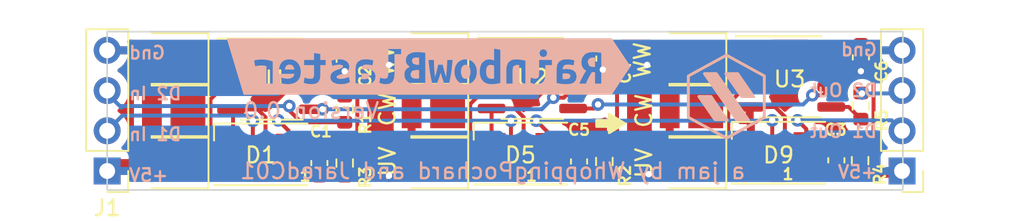
<source format=kicad_pcb>
(kicad_pcb (version 20211014) (generator pcbnew)
  (layers (0 "F.Cu" signal) (31 "B.Cu" signal) (34 "B.Paste" user) (35 "F.Paste" user) (36 "B.SilkS" user "B.Silkscreen") (37 "F.SilkS" user "F.Silkscreen") (38 "B.Mask" user) (39 "F.Mask" user) (44 "Edge.Cuts" user))
  (net 0 "")
  (net 1 "GND")
  (net 2 "+5V")
  (net 3 "Net-(C2-Pad2)")
  (net 4 "D1_IN")
  (net 5 "D1_OUT")
  (net 6 "Net-(D2-Pad1)")
  (net 7 "Net-(D3-Pad1)")
  (net 8 "Net-(D4-Pad1)")
  (net 9 "D2_IN")
  (net 10 "D2_OUT")
  (net 11 "Net-(R1-Pad1)")
  (net 13 "Net-(C4-Pad2)")
  (net 14 "Net-(C6-Pad2)")
  (net 15 "Net-(D1-Pad2)")
  (net 16 "Net-(D5-Pad2)")
  (net 17 "Net-(D6-Pad1)")
  (net 18 "Net-(D7-Pad1)")
  (net 19 "Net-(D8-Pad1)")
  (net 20 "Net-(D10-Pad1)")
  (net 21 "Net-(D11-Pad1)")
  (net 22 "Net-(D12-Pad1)")
  (net 23 "Net-(R5-Pad1)")
  (net 24 "Net-(U1-Pad5)")
  (net 25 "Net-(U2-Pad5)")
  (footprint "Package_SO:SO-8_3.9x4.9mm_P1.27mm" (layer "F.Cu") (at 147.95 82.95)
    (fp_text reference "U2" (at 0 -0.05) (layer "F.SilkS"))
    (fp_text value "WS2811")
    (pad "1" smd roundrect locked (at -2.575 -1.905) (size 1.75 0.6) (layers "F.Cu" "F.Paste" "F.Mask") (net 17 "Net-(D6-Pad1)"))
    (pad "2" smd roundrect locked (at -2.575 -0.635) (size 1.75 0.6) (layers "F.Cu" "F.Paste" "F.Mask") (net 18 "Net-(D7-Pad1)"))
    (pad "3" smd roundrect locked (at -2.575 0.635) (size 1.75 0.6) (layers "F.Cu" "F.Paste" "F.Mask") (net 19 "Net-(D8-Pad1)"))
    (pad "4" smd roundrect locked (at -2.575 1.905) (size 1.75 0.6) (layers "F.Cu" "F.Paste" "F.Mask") (net 1 "GND"))
    (pad "5" smd roundrect locked (at 2.575 1.905) (size 1.75 0.6) (layers "F.Cu" "F.Paste" "F.Mask") (net 25 "Net-(U2-Pad5)"))
    (pad "6" smd roundrect locked (at 2.575 0.635) (size 1.75 0.6) (layers "F.Cu" "F.Paste" "F.Mask") (net 24 "Net-(U1-Pad5)"))
    (pad "7" smd roundrect locked (at 2.575 -0.635) (size 1.75 0.6) (layers "F.Cu" "F.Paste" "F.Mask"))
    (pad "8" smd roundrect locked (at 2.575 -1.905) (size 1.75 0.6) (layers "F.Cu" "F.Paste" "F.Mask") (net 13 "Net-(C4-Pad2)"))
  )
  (footprint "Resistor_SMD:R_0603_1608Metric" (layer "F.Cu") (at 136.1 84.9 -90)
    (fp_text reference "R1" (at 0.9 -1.3 90) (layer "F.SilkS") (effects (font (size 0.7 0.7))))
    (fp_text value "33R")
    (pad "1" smd roundrect locked (at -0.825 0 270) (size 0.8 0.95) (layers "F.Cu" "F.Paste" "F.Mask") (net 11 "Net-(R1-Pad1)"))
    (pad "2" smd roundrect locked (at 0.825 0 270) (size 0.8 0.95) (layers "F.Cu" "F.Paste" "F.Mask") (net 9 "D2_IN"))
  )
  (footprint "LED_SMD:LED_PLCC_2835" (layer "F.Cu") (at 158 81.7 180)
    (fp_text reference "D10" hide)
    (fp_text value "LED_WW")
    (pad "1" smd rect locked (at -0.9 0 180) (size 2.2 2.2) (layers "F.Cu" "F.Paste" "F.Mask") (net 20 "Net-(D10-Pad1)"))
    (pad "2" smd rect locked (at 1.375 0 180) (size 1.25 2.2) (layers "F.Cu" "F.Paste" "F.Mask") (net 2 "+5V"))
  )
  (footprint "Capacitor_SMD:C_0603_1608Metric" (layer "F.Cu") (at 134.5 88.3 -90)
    (fp_text reference "C1" (at -2 -0.1) (layer "F.SilkS") (effects (font (size 0.7 0.7))))
    (fp_text value "100 nF")
    (pad "1" smd roundrect locked (at -0.775 0 270) (size 0.9 0.95) (layers "F.Cu" "F.Paste" "F.Mask") (net 1 "GND"))
    (pad "2" smd roundrect locked (at 0.775 0 270) (size 0.9 0.95) (layers "F.Cu" "F.Paste" "F.Mask") (net 2 "+5V"))
  )
  (footprint "LED_SMD:LED_PLCC_2835" (layer "F.Cu") (at 125.3 81.7 180)
    (fp_text reference "D2" hide)
    (fp_text value "LED_WW")
    (pad "1" smd rect locked (at -0.9 0 180) (size 2.2 2.2) (layers "F.Cu" "F.Paste" "F.Mask") (net 6 "Net-(D2-Pad1)"))
    (pad "2" smd rect locked (at 1.375 0 180) (size 1.25 2.2) (layers "F.Cu" "F.Paste" "F.Mask") (net 2 "+5V"))
  )
  (footprint "Resistor_SMD:R_0603_1608Metric" (layer "F.Cu") (at 136.1 88.3 90)
    (fp_text reference "R3" (at -0.9 1.3 90) (layer "F.SilkS") (effects (font (size 0.7 0.7))))
    (fp_text value "100R")
    (pad "1" smd roundrect locked (at -0.825 0 90) (size 0.8 0.95) (layers "F.Cu" "F.Paste" "F.Mask") (net 2 "+5V"))
    (pad "2" smd roundrect locked (at 0.825 0 90) (size 0.8 0.95) (layers "F.Cu" "F.Paste" "F.Mask") (net 3 "Net-(C2-Pad2)"))
  )
  (footprint "Capacitor_SMD:C_0603_1608Metric" (layer "F.Cu") (at 150.9 88.2 -90)
    (fp_text reference "C5" (at -2 0) (layer "F.SilkS") (effects (font (size 0.7 0.7))))
    (fp_text value "100 nF")
    (pad "1" smd roundrect locked (at -0.775 0 270) (size 0.9 0.95) (layers "F.Cu" "F.Paste" "F.Mask") (net 1 "GND"))
    (pad "2" smd roundrect locked (at 0.775 0 270) (size 0.9 0.95) (layers "F.Cu" "F.Paste" "F.Mask") (net 2 "+5V"))
  )
  (footprint "Package_SO:SO-8_3.9x4.9mm_P1.27mm" (layer "F.Cu") (at 164.25 82.85)
    (fp_text reference "U3" (at -0.05 0.15) (layer "F.SilkS"))
    (fp_text value "WS2811")
    (pad "1" smd roundrect locked (at -2.575 -1.905) (size 1.75 0.6) (layers "F.Cu" "F.Paste" "F.Mask") (net 20 "Net-(D10-Pad1)"))
    (pad "2" smd roundrect locked (at -2.575 -0.635) (size 1.75 0.6) (layers "F.Cu" "F.Paste" "F.Mask") (net 21 "Net-(D11-Pad1)"))
    (pad "3" smd roundrect locked (at -2.575 0.635) (size 1.75 0.6) (layers "F.Cu" "F.Paste" "F.Mask") (net 22 "Net-(D12-Pad1)"))
    (pad "4" smd roundrect locked (at -2.575 1.905) (size 1.75 0.6) (layers "F.Cu" "F.Paste" "F.Mask") (net 1 "GND"))
    (pad "5" smd roundrect locked (at 2.575 1.905) (size 1.75 0.6) (layers "F.Cu" "F.Paste" "F.Mask") (net 23 "Net-(R5-Pad1)"))
    (pad "6" smd roundrect locked (at 2.575 0.635) (size 1.75 0.6) (layers "F.Cu" "F.Paste" "F.Mask") (net 25 "Net-(U2-Pad5)"))
    (pad "7" smd roundrect locked (at 2.575 -0.635) (size 1.75 0.6) (layers "F.Cu" "F.Paste" "F.Mask"))
    (pad "8" smd roundrect locked (at 2.575 -1.905) (size 1.75 0.6) (layers "F.Cu" "F.Paste" "F.Mask") (net 14 "Net-(C6-Pad2)"))
  )
  (footprint "Package_SO:SO-8_3.9x4.9mm_P1.27mm" (layer "F.Cu") (at 131.5 83)
    (fp_text reference "U1" (at 0 0) (layer "F.SilkS"))
    (fp_text value "WS2811")
    (pad "1" smd roundrect locked (at -2.575 -1.905) (size 1.75 0.6) (layers "F.Cu" "F.Paste" "F.Mask") (net 6 "Net-(D2-Pad1)"))
    (pad "2" smd roundrect locked (at -2.575 -0.635) (size 1.75 0.6) (layers "F.Cu" "F.Paste" "F.Mask") (net 7 "Net-(D3-Pad1)"))
    (pad "3" smd roundrect locked (at -2.575 0.635) (size 1.75 0.6) (layers "F.Cu" "F.Paste" "F.Mask") (net 8 "Net-(D4-Pad1)"))
    (pad "4" smd roundrect locked (at -2.575 1.905) (size 1.75 0.6) (layers "F.Cu" "F.Paste" "F.Mask") (net 1 "GND"))
    (pad "5" smd roundrect locked (at 2.575 1.905) (size 1.75 0.6) (layers "F.Cu" "F.Paste" "F.Mask") (net 24 "Net-(U1-Pad5)"))
    (pad "6" smd roundrect locked (at 2.575 0.635) (size 1.75 0.6) (layers "F.Cu" "F.Paste" "F.Mask") (net 11 "Net-(R1-Pad1)"))
    (pad "7" smd roundrect locked (at 2.575 -0.635) (size 1.75 0.6) (layers "F.Cu" "F.Paste" "F.Mask"))
    (pad "8" smd roundrect locked (at 2.575 -1.905) (size 1.75 0.6) (layers "F.Cu" "F.Paste" "F.Mask") (net 3 "Net-(C2-Pad2)"))
  )
  (footprint "LED_SMD:LED_SK6812MINI_PLCC4_3.5x3.5mm_P1.75mm" (layer "F.Cu") (at 147.2 87.7 180)
    (fp_text reference "D5" (at 0 -0.1) (layer "F.SilkS"))
    (fp_text value "WS2812B")
    (fp_text user "1" (at -0.7 -1.4) (layer "F.SilkS") (effects (font (size 0.7 0.7))))
    (pad "1" smd rect locked (at -1.75 -0.875 180) (size 1.6 0.85) (layers "F.Cu" "F.Paste" "F.Mask") (net 2 "+5V"))
    (pad "2" smd rect locked (at -1.75 0.875 180) (size 1.6 0.85) (layers "F.Cu" "F.Paste" "F.Mask") (net 16 "Net-(D5-Pad2)"))
    (pad "3" smd rect locked (at 1.75 0.875 180) (size 1.6 0.85) (layers "F.Cu" "F.Paste" "F.Mask") (net 1 "GND"))
    (pad "4" smd rect locked (at 1.75 -0.875 180) (size 1.6 0.85) (layers "F.Cu" "F.Paste" "F.Mask") (net 15 "Net-(D1-Pad2)"))
  )
  (footprint "Capacitor_SMD:C_0603_1608Metric" (layer "F.Cu") (at 136.1 81.775 90)
    (fp_text reference "C2" (at -1.04058 1.3 90) (layer "F.SilkS") (effects (font (size 0.7 0.7))))
    (fp_text value "100 nF")
    (pad "1" smd roundrect locked (at -0.775 0 90) (size 0.9 0.95) (layers "F.Cu" "F.Paste" "F.Mask") (net 1 "GND"))
    (pad "2" smd roundrect locked (at 0.775 0 90) (size 0.9 0.95) (layers "F.Cu" "F.Paste" "F.Mask") (net 3 "Net-(C2-Pad2)"))
  )
  (footprint "Connector_PinHeader_2.54mm:PinHeader_1x04_P2.54mm_Vertical" (layer "F.Cu") (at 171.3 88.8 180)
    (fp_text reference "J2" hide)
    (fp_text value "Conn_01x04_Female")
    (pad "1" thru_hole rect locked (at 0 0 180) (size 1.7 1.7) (drill 1) (layers *.Cu *.Mask) (net 2 "+5V"))
    (pad "2" thru_hole oval locked (at 0 2.54 180) (size 1.7 1.7) (drill 1) (layers *.Cu *.Mask) (net 5 "D1_OUT"))
    (pad "3" thru_hole oval locked (at 0 5.08 180) (size 1.7 1.7) (drill 1) (layers *.Cu *.Mask) (net 10 "D2_OUT"))
    (pad "4" thru_hole oval locked (at 0 7.62 180) (size 1.7 1.7) (drill 1) (layers *.Cu *.Mask) (net 1 "GND"))
  )
  (footprint "Capacitor_SMD:C_0603_1608Metric" (layer "F.Cu") (at 152.5 81.7 90)
    (fp_text reference "C4" (at -0.9 1.3 90) (layer "F.SilkS") (effects (font (size 0.7 0.7))))
    (fp_text value "100 nF")
    (pad "1" smd roundrect locked (at -0.775 0 90) (size 0.9 0.95) (layers "F.Cu" "F.Paste" "F.Mask") (net 1 "GND"))
    (pad "2" smd roundrect locked (at 0.775 0 90) (size 0.9 0.95) (layers "F.Cu" "F.Paste" "F.Mask") (net 13 "Net-(C4-Pad2)"))
  )
  (footprint "Capacitor_SMD:C_0603_1608Metric" (layer "F.Cu") (at 167.15 88.125 -90)
    (fp_text reference "C3" (at -1.925 0.05) (layer "F.SilkS") (effects (font (size 0.7 0.7))))
    (fp_text value "100 nF")
    (pad "1" smd roundrect locked (at -0.775 0 270) (size 0.9 0.95) (layers "F.Cu" "F.Paste" "F.Mask") (net 1 "GND"))
    (pad "2" smd roundrect locked (at 0.775 0 270) (size 0.9 0.95) (layers "F.Cu" "F.Paste" "F.Mask") (net 2 "+5V"))
  )
  (footprint "LED_SMD:LED_PLCC_2835" (layer "F.Cu") (at 141.7 85 180)
    (fp_text reference "D7" hide)
    (fp_text value "LED_CW")
    (pad "1" smd rect locked (at -0.9 0 180) (size 2.2 2.2) (layers "F.Cu" "F.Paste" "F.Mask") (net 18 "Net-(D7-Pad1)"))
    (pad "2" smd rect locked (at 1.375 0 180) (size 1.25 2.2) (layers "F.Cu" "F.Paste" "F.Mask") (net 2 "+5V"))
  )
  (footprint "Resistor_SMD:R_0603_1608Metric" (layer "F.Cu") (at 168.7 84.7 90)
    (fp_text reference "R5" (at -0.9 1.3 90) (layer "F.SilkS") (effects (font (size 0.7 0.7))))
    (fp_text value "33R")
    (pad "1" smd roundrect locked (at -0.825 0 90) (size 0.8 0.95) (layers "F.Cu" "F.Paste" "F.Mask") (net 23 "Net-(R5-Pad1)"))
    (pad "2" smd roundrect locked (at 0.825 0 90) (size 0.8 0.95) (layers "F.Cu" "F.Paste" "F.Mask") (net 10 "D2_OUT"))
  )
  (footprint "LED_SMD:LED_SK6812MINI_PLCC4_3.5x3.5mm_P1.75mm" (layer "F.Cu") (at 163.5 87.65 180)
    (fp_text reference "D9" (at 0 -0.15) (layer "F.SilkS"))
    (fp_text value "WS2812B")
    (fp_text user "1" (at -0.6 -1.35) (layer "F.SilkS") (effects (font (size 0.7 0.7))))
    (pad "1" smd rect locked (at -1.75 -0.875 180) (size 1.6 0.85) (layers "F.Cu" "F.Paste" "F.Mask") (net 2 "+5V"))
    (pad "2" smd rect locked (at -1.75 0.875 180) (size 1.6 0.85) (layers "F.Cu" "F.Paste" "F.Mask") (net 5 "D1_OUT"))
    (pad "3" smd rect locked (at 1.75 0.875 180) (size 1.6 0.85) (layers "F.Cu" "F.Paste" "F.Mask") (net 1 "GND"))
    (pad "4" smd rect locked (at 1.75 -0.875 180) (size 1.6 0.85) (layers "F.Cu" "F.Paste" "F.Mask") (net 16 "Net-(D5-Pad2)"))
  )
  (footprint "Resistor_SMD:R_0603_1608Metric" (layer "F.Cu") (at 152.5 88.2 90)
    (fp_text reference "R2" (at -0.9 1.3 90) (layer "F.SilkS") (effects (font (size 0.7 0.7))))
    (fp_text value "100R")
    (pad "1" smd roundrect locked (at -0.825 0 90) (size 0.8 0.95) (layers "F.Cu" "F.Paste" "F.Mask") (net 2 "+5V"))
    (pad "2" smd roundrect locked (at 0.825 0 90) (size 0.8 0.95) (layers "F.Cu" "F.Paste" "F.Mask") (net 13 "Net-(C4-Pad2)"))
  )
  (footprint "LED_SMD:LED_PLCC_2835" (layer "F.Cu") (at 158 85 180)
    (fp_text reference "D11" hide)
    (fp_text value "LED_CW")
    (pad "1" smd rect locked (at -0.9 0 180) (size 2.2 2.2) (layers "F.Cu" "F.Paste" "F.Mask") (net 21 "Net-(D11-Pad1)"))
    (pad "2" smd rect locked (at 1.375 0 180) (size 1.25 2.2) (layers "F.Cu" "F.Paste" "F.Mask") (net 2 "+5V"))
  )
  (footprint "Capacitor_SMD:C_0603_1608Metric" (layer "F.Cu") (at 168.7 81.625 90)
    (fp_text reference "C6" (at -0.875 1.3 90) (layer "F.SilkS") (effects (font (size 0.7 0.7))))
    (fp_text value "100 nF")
    (pad "1" smd roundrect locked (at -0.775 0 90) (size 0.9 0.95) (layers "F.Cu" "F.Paste" "F.Mask") (net 1 "GND"))
    (pad "2" smd roundrect locked (at 0.775 0 90) (size 0.9 0.95) (layers "F.Cu" "F.Paste" "F.Mask") (net 14 "Net-(C6-Pad2)"))
  )
  (footprint "LED_SMD:LED_PLCC_2835" (layer "F.Cu") (at 125.3 88.3 180)
    (fp_text reference "D4" hide)
    (fp_text value "LED_UV")
    (pad "1" smd rect locked (at -0.9 0 180) (size 2.2 2.2) (layers "F.Cu" "F.Paste" "F.Mask") (net 8 "Net-(D4-Pad1)"))
    (pad "2" smd rect locked (at 1.375 0 180) (size 1.25 2.2) (layers "F.Cu" "F.Paste" "F.Mask") (net 2 "+5V"))
  )
  (footprint "LED_SMD:LED_PLCC_2835" (layer "F.Cu") (at 141.7 88.3 180)
    (fp_text reference "D8" hide)
    (fp_text value "LED_UV")
    (pad "1" smd rect locked (at -0.9 0 180) (size 2.2 2.2) (layers "F.Cu" "F.Paste" "F.Mask") (net 19 "Net-(D8-Pad1)"))
    (pad "2" smd rect locked (at 1.375 0 180) (size 1.25 2.2) (layers "F.Cu" "F.Paste" "F.Mask") (net 2 "+5V"))
  )
  (footprint "LED_SMD:LED_PLCC_2835" (layer "F.Cu") (at 125.3 85 180)
    (fp_text reference "D3" hide)
    (fp_text value "LED_CW")
    (pad "1" smd rect locked (at -0.9 0 180) (size 2.2 2.2) (layers "F.Cu" "F.Paste" "F.Mask") (net 7 "Net-(D3-Pad1)"))
    (pad "2" smd rect locked (at 1.375 0 180) (size 1.25 2.2) (layers "F.Cu" "F.Paste" "F.Mask") (net 2 "+5V"))
  )
  (footprint "Connector_PinHeader_2.54mm:PinHeader_1x04_P2.54mm_Vertical" (layer "F.Cu") (at 121.1 88.8 180)
    (fp_text reference "J1" (at 0 -2.33 180) (layer "F.SilkS"))
    (fp_text value "Conn_01x04_Male")
    (pad "1" thru_hole rect locked (at 0 0 180) (size 1.7 1.7) (drill 1) (layers *.Cu *.Mask) (net 2 "+5V"))
    (pad "2" thru_hole oval locked (at 0 2.54 180) (size 1.7 1.7) (drill 1) (layers *.Cu *.Mask) (net 4 "D1_IN"))
    (pad "3" thru_hole oval locked (at 0 5.08 180) (size 1.7 1.7) (drill 1) (layers *.Cu *.Mask) (net 9 "D2_IN"))
    (pad "4" thru_hole oval locked (at 0 7.62 180) (size 1.7 1.7) (drill 1) (layers *.Cu *.Mask) (net 1 "GND"))
  )
  (footprint "Resistor_SMD:R_0603_1608Metric" (layer "F.Cu") (at 168.65 88.15 90)
    (fp_text reference "R4" (at -0.85 1.25 90) (layer "F.SilkS") (effects (font (size 0.7 0.7))))
    (fp_text value "100R")
    (pad "1" smd roundrect locked (at -0.825 0 90) (size 0.8 0.95) (layers "F.Cu" "F.Paste" "F.Mask") (net 2 "+5V"))
    (pad "2" smd roundrect locked (at 0.825 0 90) (size 0.8 0.95) (layers "F.Cu" "F.Paste" "F.Mask") (net 14 "Net-(C6-Pad2)"))
  )
  (footprint "LED_SMD:LED_PLCC_2835" (layer "F.Cu") (at 141.7 81.7 180)
    (fp_text reference "D6" hide)
    (fp_text value "LED_WW")
    (pad "1" smd rect locked (at -0.9 0 180) (size 2.2 2.2) (layers "F.Cu" "F.Paste" "F.Mask") (net 17 "Net-(D6-Pad1)"))
    (pad "2" smd rect locked (at 1.375 0 180) (size 1.25 2.2) (layers "F.Cu" "F.Paste" "F.Mask") (net 2 "+5V"))
  )
  (footprint "LED_SMD:LED_PLCC_2835" (layer "F.Cu") (at 158 88.3 180)
    (fp_text reference "D12" hide)
    (fp_text value "LED_UV")
    (pad "1" smd rect locked (at -0.9 0 180) (size 2.2 2.2) (layers "F.Cu" "F.Paste" "F.Mask") (net 22 "Net-(D12-Pad1)"))
    (pad "2" smd rect locked (at 1.375 0 180) (size 1.25 2.2) (layers "F.Cu" "F.Paste" "F.Mask") (net 2 "+5V"))
  )
  (footprint "LED_SMD:LED_SK6812MINI_PLCC4_3.5x3.5mm_P1.75mm" (layer "F.Cu") (at 130.8 87.75 180)
    (fp_text reference "D1" (at 0 -0.05) (layer "F.SilkS"))
    (fp_text value "WS2812B")
    (fp_text user "1" (at -2.8 -1.35) (layer "F.SilkS") (effects (font (size 0.7 0.7))))
    (pad "1" smd rect locked (at -1.75 -0.875 180) (size 1.6 0.85) (layers "F.Cu" "F.Paste" "F.Mask") (net 2 "+5V"))
    (pad "2" smd rect locked (at -1.75 0.875 180) (size 1.6 0.85) (layers "F.Cu" "F.Paste" "F.Mask") (net 15 "Net-(D1-Pad2)"))
    (pad "3" smd rect locked (at 1.75 0.875 180) (size 1.6 0.85) (layers "F.Cu" "F.Paste" "F.Mask") (net 1 "GND"))
    (pad "4" smd rect locked (at 1.75 -0.875 180) (size 1.6 0.85) (layers "F.Cu" "F.Paste" "F.Mask") (net 4 "D1_IN"))
  )
  (footprint "kibuzzard-6318CB10" (layer "B.Cu") (at 141.4 82.2 180)
    (fp_text reference "kibuzzard-6318CB10" hide)
    (fp_text value "G***" hide)
  )
  (gr_poly (pts (xy 160.914604 82.651833) (xy 160.173771 82.651833) (xy 161.173896 84.096458) (xy 161.914729 84.096458) (xy 160.914604 82.651833)) (layer "B.SilkS") (width 0.185208) (fill solid))
  (gr_poly (pts (xy 159.4885 85.559604) (xy 160.229333 85.559604) (xy 159.229208 84.096458) (xy 158.469854 84.096458) (xy 159.4885 85.559604)) (layer "B.SilkS") (width 0.185208) (fill solid))
  (gr_poly (pts (xy 161.581354 85.559604) (xy 159.562583 82.651833) (xy 158.82175 82.651833) (xy 160.840521 85.559604) (xy 161.581354 85.559604)) (layer "B.SilkS") (width 0.185208) (fill solid))
  (gr_poly (pts (xy 157.803104 82.8) (xy 160.210813 81.485021) (xy 162.6 82.8) (xy 162.6 85.411437) (xy 160.210813 86.726416) (xy 157.803104 85.411437) (xy 157.803104 82.8)) (layer "B.SilkS") (width 0.185208) (fill none))
  (gr_poly (pts (xy 153.8 85.8) (xy 152.8 86.4) (xy 152.8 86) (xy 152 86) (xy 152 85.6) (xy 152.8 85.6) (xy 152.8 85.2)) (layer "F.SilkS") (width 0.15) (fill solid))
  (gr_rect (start 121.1 80) (end 171.35 90) (layer "Edge.Cuts") (width 0.1) (fill none))
  (gr_text "Gnd\n\nD2 In\n\nD1 In\n\n+5V" (at 122.4 85.2) (layer "B.SilkS") (effects (font (size 0.8 0.8)) (justify right mirror)))
  (gr_text "Version 0.0" (at 129.6 85) (layer "B.SilkS") (effects (font (size 1 1)) (justify right mirror)))
  (gr_text "Gnd\n\nD2 Out\n\nD1 Out\n\n+5V" (at 169.8 85) (layer "B.SilkS") (effects (font (size 0.8 0.8)) (justify left mirror)))
  (gr_text "a jam by WhoppingPochard and JaredC01" (at 129.4 88.8) (layer "B.SilkS") (effects (font (size 1 1)) (justify right mirror)))
  (gr_text "WW" (at 154.9 81.8 90) (layer "F.SilkS") (effects (font (size 1 1))))
  (gr_text "CW" (at 138.8 84.9 90) (layer "F.SilkS") (effects (font (size 1 1))))
  (gr_text "UV" (at 138.8 88.2 90) (layer "F.SilkS") (effects (font (size 1 1))))
  (gr_text "UV" (at 155 88.3 90) (layer "F.SilkS") (effects (font (size 1 1))))
  (gr_text "WW" (at 138.7 81.7 90) (layer "F.SilkS") (effects (font (size 1 1))))
  (gr_text "CW" (at 155 85 90) (layer "F.SilkS") (effects (font (size 1 1))))
  (segment (start 131.524511 87.624511) (end 131.1 87.2) (width 0.25) (layer "F.Cu") (net 1))
  (segment (start 152.03548 82.93952) (end 152.5 82.475) (width 0.25) (layer "F.Cu") (net 1))
  (segment (start 150.9 87.425) (end 150.750489 87.574511) (width 0.25) (layer "F.Cu") (net 1))
  (segment (start 166.975489 87.524511) (end 164.125489 87.524511) (width 0.25) (layer "F.Cu") (net 1))
  (segment (start 165.16048 82.83952) (end 168.36048 82.83952) (width 0.25) (layer "F.Cu") (net 1))
  (segment (start 130.600114 84.905) (end 128.925 84.905) (width 0.25) (layer "F.Cu") (net 1))
  (segment (start 147.4 85.399886) (end 146.855114 84.855) (width 0.25) (layer "F.Cu") (net 1))
  (segment (start 145.375 84.855) (end 147.565469 84.855) (width 0.25) (layer "F.Cu") (net 1))
  (segment (start 164.125489 87.524511) (end 163.9 87.299022) (width 0.25) (layer "F.Cu") (net 1))
  (segment (start 163.279614 84.755) (end 161.675 84.755) (width 0.25) (layer "F.Cu") (net 1))
  (segment (start 133.174408 82.98952) (end 135.66048 82.98952) (width 0.25) (layer "F.Cu") (net 1))
  (segment (start 161.75 86.775) (end 161.75 84.83) (width 0.25) (layer "F.Cu") (net 1))
  (segment (start 152.5 82.475) (end 152.475 82.475) (width 0.25) (layer "F.Cu") (net 1))
  (segment (start 168.36048 82.83952) (end 168.7 82.5) (width 0.25) (layer "F.Cu") (net 1))
  (segment (start 145.375 84.855) (end 145.375 86.75) (width 0.25) (layer "F.Cu") (net 1))
  (segment (start 131.258928 84.905) (end 133.174408 82.98952) (width 0.25) (layer "F.Cu") (net 1))
  (segment (start 135.66048 82.98952) (end 136.1 82.55) (width 0.25) (layer "F.Cu") (net 1))
  (segment (start 134.5 87.525) (end 134.400489 87.624511) (width 0.25) (layer "F.Cu") (net 1))
  (segment (start 131.1 87.2) (end 131.1 85.404886) (width 0.25) (layer "F.Cu") (net 1))
  (segment (start 134.400489 87.624511) (end 131.524511 87.624511) (width 0.25) (layer "F.Cu") (net 1))
  (segment (start 136.1 82.55) (end 136.1 82.5) (width 0.25) (layer "F.Cu") (net 1))
  (segment (start 163.9 85.375386) (end 163.279614 84.755) (width 0.25) (layer "F.Cu") (net 1))
  (segment (start 131.1 85.404886) (end 130.600114 84.905) (width 0.25) (layer "F.Cu") (net 1))
  (segment (start 147.565469 84.855) (end 149.480949 82.93952) (width 0.25) (layer "F.Cu") (net 1))
  (segment (start 149.480949 82.93952) (end 152.03548 82.93952) (width 0.25) (layer "F.Cu") (net 1))
  (segment (start 129.05 86.875) (end 129.05 85.03) (width 0.25) (layer "F.Cu") (net 1))
  (segment (start 128.925 84.905) (end 131.258928 84.905) (width 0.25) (layer "F.Cu") (net 1))
  (segment (start 129.05 85.03) (end 128.925 84.905) (width 0.25) (layer "F.Cu") (net 1))
  (segment (start 161.675 84.755) (end 163.245 84.755) (width 0.25) (layer "F.Cu") (net 1))
  (segment (start 147.4 87.149022) (end 147.4 85.399886) (width 0.25) (layer "F.Cu") (net 1))
  (segment (start 146.855114 84.855) (end 145.375 84.855) (width 0.25) (layer "F.Cu") (net 1))
  (segment (start 163.245 84.755) (end 165.16048 82.83952) (width 0.25) (layer "F.Cu") (net 1))
  (segment (start 161.75 84.83) (end 161.675 84.755) (width 0.25) (layer "F.Cu") (net 1))
  (segment (start 163.9 87.299022) (end 163.9 85.375386) (width 0.25) (layer "F.Cu") (net 1))
  (segment (start 147.825489 87.574511) (end 147.4 87.149022) (width 0.25) (layer "F.Cu") (net 1))
  (segment (start 145.375 86.75) (end 145.45 86.825) (width 0.25) (layer "F.Cu") (net 1))
  (segment (start 150.750489 87.574511) (end 147.825489 87.574511) (width 0.25) (layer "F.Cu") (net 1))
  (segment (start 152.475 82.475) (end 152.4 82.4) (width 0.25) (layer "F.Cu") (net 1))
  (segment (start 167.15 87.35) (end 166.975489 87.524511) (width 0.25) (layer "F.Cu") (net 1))
  (via (at 168.7 82.5) (size 0.8) (drill 0.4) (layers "F.Cu" "B.Cu") (net 1))
  (via (at 136.1 82.5) (size 0.8) (drill 0.4) (layers "F.Cu" "B.Cu") (net 1))
  (via (at 138.9 82.1) (size 0.8) (drill 0.4) (layers "F.Cu" "B.Cu") (net 1))
  (via (at 152.4 82.4) (size 0.8) (drill 0.4) (layers "F.Cu" "B.Cu") (net 1))
  (via (at 155.2 82.1) (size 0.8) (drill 0.4) (layers "F.Cu" "B.Cu") (net 1))
  (segment (start 155.275 89.025) (end 155.3 89) (width 0.5) (layer "F.Cu") (net 2))
  (segment (start 148.95 88.575) (end 150.5 88.575) (width 0.5) (layer "F.Cu") (net 2))
  (segment (start 123.925 81.7) (end 123.925 85) (width 0.5) (layer "F.Cu") (net 2))
  (segment (start 152.5 89.025) (end 150.95 89.025) (width 0.5) (layer "F.Cu") (net 2))
  (segment (start 134.05 88.625) (end 134.5 89.075) (width 0.5) (layer "F.Cu") (net 2))
  (segment (start 156.625 85) (end 156.625 88.3) (width 0.5) (layer "F.Cu") (net 2))
  (segment (start 136.1 89.125) (end 138.875 89.125) (width 0.5) (layer "F.Cu") (net 2))
  (segment (start 171.09998 88.975) (end 171.09998 88.8) (width 0.5) (layer "F.Cu") (net 2))
  (segment (start 150.5 88.575) (end 150.9 88.975) (width 0.5) (layer "F.Cu") (net 2))
  (segment (start 123.925 85) (end 123.925 88.3) (width 0.5) (layer "F.Cu") (net 2))
  (segment (start 136.05 89.075) (end 136.1 89.125) (width 0.5) (layer "F.Cu") (net 2))
  (segment (start 150.95 89.025) (end 150.9 88.975) (width 0.5) (layer "F.Cu") (net 2))
  (segment (start 140.325 85) (end 140.325 88.3) (width 0.5) (layer "F.Cu") (net 2))
  (segment (start 152.5 89.025) (end 155.275 89.025) (width 0.5) (layer "F.Cu") (net 2))
  (segment (start 121.85002 88.3) (end 121.35002 88.8) (width 0.5) (layer "F.Cu") (net 2))
  (segment (start 134.5 89.075) (end 136.05 89.075) (width 0.5) (layer "F.Cu") (net 2))
  (segment (start 156.625 81.7) (end 156.625 85) (width 0.5) (layer "F.Cu") (net 2))
  (segment (start 140.325 88.3) (end 139.7 88.3) (width 0.5) (layer "F.Cu") (net 2))
  (segment (start 140.325 81.7) (end 140.325 85) (width 0.5) (layer "F.Cu") (net 2))
  (segment (start 138.875 89.125) (end 138.9 89.1) (width 0.5) (layer "F.Cu") (net 2))
  (segment (start 168.65 88.975) (end 171.09998 88.975) (width 0.5) (layer "F.Cu") (net 2))
  (segment (start 156 88.3) (end 155.3 89) (width 0.5) (layer "F.Cu") (net 2))
  (segment (start 156.625 88.3) (end 156 88.3) (width 0.5) (layer "F.Cu") (net 2))
  (segment (start 123.925 88.3) (end 121.85002 88.3) (width 0.5) (layer "F.Cu") (net 2))
  (segment (start 167.15 88.9) (end 168.575 88.9) (width 0.5) (layer "F.Cu") (net 2))
  (segment (start 139.7 88.3) (end 138.9 89.1) (width 0.5) (layer "F.Cu") (net 2))
  (segment (start 132.55 88.625) (end 134.05 88.625) (width 0.5) (layer "F.Cu") (net 2))
  (segment (start 166.775 88.525) (end 167.15 88.9) (width 0.5) (layer "F.Cu") (net 2))
  (segment (start 168.575 88.9) (end 168.65 88.975) (width 0.5) (layer "F.Cu") (net 2))
  (segment (start 165.25 88.525) (end 166.775 88.525) (width 0.5) (layer "F.Cu") (net 2))
  (via (at 155.3 89) (size 0.8) (drill 0.4) (layers "F.Cu" "B.Cu") (net 2))
  (via (at 138.9 89.1) (size 0.8) (drill 0.4) (layers "F.Cu" "B.Cu") (net 2))
  (segment (start 136.89952 81.79952) (end 136.89952 86.67548) (width 0.25) (layer "F.Cu") (net 3))
  (segment (start 136.1 81) (end 134.17 81) (width 0.25) (layer "F.Cu") (net 3))
  (segment (start 136.1 81) (end 136.89952 81.79952) (width 0.25) (layer "F.Cu") (net 3))
  (segment (start 136.89952 86.67548) (end 136.1 87.475) (width 0.25) (layer "F.Cu") (net 3))
  (segment (start 134.17 81) (end 134.075 81.095) (width 0.25) (layer "F.Cu") (net 3))
  (segment (start 130.3 87.375) (end 130.3 85.6295) (width 0.25) (layer "F.Cu") (net 4))
  (segment (start 129.05 88.625) (end 130.3 87.375) (width 0.25) (layer "F.Cu") (net 4))
  (via (at 130.3 85.6295) (size 0.8) (drill 0.4) (layers "F.Cu" "B.Cu") (net 4))
  (segment (start 121.22502 86.13498) (end 121.22502 86.26) (width 0.25) (layer "B.Cu") (net 4))
  (segment (start 130.3 85.6295) (end 129.9705 85.3) (width 0.25) (layer "B.Cu") (net 4))
  (segment (start 122.06 85.3) (end 121.22502 86.13498) (width 0.25) (layer "B.Cu") (net 4))
  (segment (start 129.9705 85.3) (end 122.06 85.3) (width 0.25) (layer "B.Cu") (net 4))
  (segment (start 165.25 86.15) (end 164.7 85.6) (width 0.25) (layer "F.Cu") (net 5))
  (segment (start 165.25 86.775) (end 165.25 86.15) (width 0.25) (layer "F.Cu") (net 5))
  (via (at 164.7 85.6) (size 0.8) (drill 0.4) (layers "F.Cu" "B.Cu") (net 5))
  (segment (start 170.64 85.6) (end 171.22498 86.18498) (width 0.25) (layer "B.Cu") (net 5))
  (segment (start 164.7 85.6) (end 170.64 85.6) (width 0.25) (layer "B.Cu") (net 5))
  (segment (start 171.22498 86.18498) (end 171.22498 86.26) (width 0.25) (layer "B.Cu") (net 5))
  (segment (start 128.73 80.9) (end 128.925 81.095) (width 0.25) (layer "F.Cu") (net 6))
  (segment (start 126.2 81.7) (end 127 80.9) (width 0.25) (layer "F.Cu") (net 6))
  (segment (start 127 80.9) (end 128.73 80.9) (width 0.25) (layer "F.Cu") (net 6))
  (segment (start 127.624511 83.575489) (end 127.624511 82.775489) (width 0.25) (layer "F.Cu") (net 7))
  (segment (start 128.035 82.365) (end 128.925 82.365) (width 0.25) (layer "F.Cu") (net 7))
  (segment (start 127.624511 82.775489) (end 128.035 82.365) (width 0.25) (layer "F.Cu") (net 7))
  (segment (start 126.2 85) (end 127.624511 83.575489) (width 0.25) (layer "F.Cu") (net 7))
  (segment (start 127.624511 86.875489) (end 127.624511 84.275489) (width 0.25) (layer "F.Cu") (net 8))
  (segment (start 128.265 83.635) (end 128.925 83.635) (width 0.25) (layer "F.Cu") (net 8))
  (segment (start 126.2 88.3) (end 127.624511 86.875489) (width 0.25) (layer "F.Cu") (net 8))
  (segment (start 127.624511 84.275489) (end 128.265 83.635) (width 0.25) (layer "F.Cu") (net 8))
  (segment (start 136.1 85.725) (end 133.348928 85.725) (width 0.25) (layer "F.Cu") (net 9))
  (segment (start 132.6 84.976072) (end 132.6 84.7) (width 0.25) (layer "F.Cu") (net 9))
  (segment (start 133.348928 85.725) (end 132.6 84.976072) (width 0.25) (layer "F.Cu") (net 9))
  (via (at 132.6 84.7) (size 0.8) (drill 0.4) (layers "F.Cu" "B.Cu") (net 9))
  (segment (start 132.6 84.7) (end 122 84.7) (width 0.25) (layer "B.Cu") (net 9))
  (segment (start 122 84.7) (end 121.95 84.75) (width 0.25) (layer "B.Cu") (net 9))
  (segment (start 121.95 84.75) (end 121.22502 84.02502) (width 0.25) (layer "B.Cu") (net 9))
  (segment (start 122 84.8) (end 121.95 84.75) (width 0.25) (layer "B.Cu") (net 9))
  (segment (start 121.22502 84.02502) (end 121.22502 83.72) (width 0.25) (layer "B.Cu") (net 9))
  (segment (start 168.75002 83.875) (end 168.77502 83.9) (width 0.25) (layer "F.Cu") (net 10))
  (segment (start 168.7 83.875) (end 168.75002 83.875) (width 0.25) (layer "F.Cu") (net 10))
  (via (at 168.77502 83.9) (size 0.8) (drill 0.4) (layers "F.Cu" "B.Cu") (net 10))
  (segment (start 168.77502 83.9) (end 171.12 83.9) (width 0.25) (layer "B.Cu") (net 10))
  (segment (start 171.22498 83.79502) (end 171.22498 83.72) (width 0.25) (layer "B.Cu") (net 10))
  (segment (start 171.12 83.9) (end 171.22498 83.79502) (width 0.25) (layer "B.Cu") (net 10))
  (segment (start 136.1 84.075) (end 135.675 84.075) (width 0.25) (layer "F.Cu") (net 11))
  (segment (start 135.675 84.075) (end 135.235 83.635) (width 0.25) (layer "F.Cu") (net 11))
  (segment (start 135.235 83.635) (end 134.075 83.635) (width 0.25) (layer "F.Cu") (net 11))
  (segment (start 150.525 81.045) (end 152.38 81.045) (width 0.25) (layer "F.Cu") (net 13))
  (segment (start 153.29952 81.72452) (end 152.5 80.925) (width 0.25) (layer "F.Cu") (net 13))
  (segment (start 152.38 81.045) (end 152.5 80.925) (width 0.25) (layer "F.Cu") (net 13))
  (segment (start 152.5 87.375) (end 153.29952 86.57548) (width 0.25) (layer "F.Cu") (net 13))
  (segment (start 153.29952 86.57548) (end 153.29952 81.72452) (width 0.25) (layer "F.Cu") (net 13))
  (segment (start 169.49952 86.47548) (end 169.49952 81.64952) (width 0.25) (layer "F.Cu") (net 14))
  (segment (start 166.825 80.945) (end 168.605 80.945) (width 0.25) (layer "F.Cu") (net 14))
  (segment (start 168.65 87.325) (end 169.49952 86.47548) (width 0.25) (layer "F.Cu") (net 14))
  (segment (start 168.605 80.945) (end 168.7 80.85) (width 0.25) (layer "F.Cu") (net 14))
  (segment (start 169.49952 81.64952) (end 168.7 80.85) (width 0.25) (layer "F.Cu") (net 14))
  (segment (start 132.55 86.25) (end 131.9 85.6) (width 0.25) (layer "F.Cu") (net 15))
  (segment (start 146.6 87.425) (end 145.45 88.575) (width 0.25) (layer "F.Cu") (net 15))
  (segment (start 146.6 85.6245) (end 146.6 87.425) (width 0.25) (layer "F.Cu") (net 15))
  (segment (start 132.55 86.875) (end 132.55 86.25) (width 0.25) (layer "F.Cu") (net 15))
  (via (at 131.9 85.6) (size 0.8) (drill 0.4) (layers "F.Cu" "B.Cu") (net 15))
  (via (at 146.6 85.6245) (size 0.8) (drill 0.4) (layers "F.Cu" "B.Cu") (net 15))
  (segment (start 131.9 85.6) (end 131.924511 85.624511) (width 0.25) (layer "B.Cu") (net 15))
  (segment (start 131.924511 85.624511) (end 146.599989 85.624511) (width 0.25) (layer "B.Cu") (net 15))
  (segment (start 146.599989 85.624511) (end 146.6 85.6245) (width 0.25) (layer "B.Cu") (net 15))
  (segment (start 148.95 86.825) (end 148.95 86.3745) (width 0.25) (layer "F.Cu") (net 16))
  (segment (start 163.1 85.6) (end 163.1 87.175) (width 0.25) (layer "F.Cu") (net 16))
  (segment (start 163.1 87.175) (end 161.75 88.525) (width 0.25) (layer "F.Cu") (net 16))
  (segment (start 148.95 86.3745) (end 148.2 85.6245) (width 0.25) (layer "F.Cu") (net 16))
  (via (at 148.2 85.6245) (size 0.8) (drill 0.4) (layers "F.Cu" "B.Cu") (net 16))
  (via (at 163.1 85.6) (size 0.8) (drill 0.4) (layers "F.Cu" "B.Cu") (net 16))
  (segment (start 148.2 85.6245) (end 163.0755 85.6245) (width 0.25) (layer "B.Cu") (net 16))
  (segment (start 163.0755 85.6245) (end 163.1 85.6) (width 0.25) (layer "B.Cu") (net 16))
  (segment (start 142.6 81.7) (end 143.255 81.045) (width 0.25) (layer "F.Cu") (net 17))
  (segment (start 143.255 81.045) (end 145.375 81.045) (width 0.25) (layer "F.Cu") (net 17))
  (segment (start 142.6 85) (end 144.024511 83.575489) (width 0.25) (layer "F.Cu") (net 18))
  (segment (start 144.024511 83.575489) (end 144.024511 83.389417) (width 0.25) (layer "F.Cu") (net 18))
  (segment (start 145.098928 82.315) (end 145.375 82.315) (width 0.25) (layer "F.Cu") (net 18))
  (segment (start 144.024511 83.389417) (end 145.098928 82.315) (width 0.25) (layer "F.Cu") (net 18))
  (segment (start 144.024511 84.575489) (end 145.015 83.585) (width 0.25) (layer "F.Cu") (net 19))
  (segment (start 145.015 83.585) (end 145.375 83.585) (width 0.25) (layer "F.Cu") (net 19))
  (segment (start 142.6 88.3) (end 144.024511 86.875489) (width 0.25) (layer "F.Cu") (net 19))
  (segment (start 144.024511 86.875489) (end 144.024511 84.575489) (width 0.25) (layer "F.Cu") (net 19))
  (segment (start 159.655 80.945) (end 161.675 80.945) (width 0.25) (layer "F.Cu") (net 20))
  (segment (start 158.9 81.7) (end 159.655 80.945) (width 0.25) (layer "F.Cu") (net 20))
  (segment (start 160.324511 82.675489) (end 160.785 82.215) (width 0.25) (layer "F.Cu") (net 21))
  (segment (start 158.9 85) (end 160.324511 83.575489) (width 0.25) (layer "F.Cu") (net 21))
  (segment (start 160.324511 83.575489) (end 160.324511 82.675489) (width 0.25) (layer "F.Cu") (net 21))
  (segment (start 160.785 82.215) (end 161.675 82.215) (width 0.25) (layer "F.Cu") (net 21))
  (segment (start 158.9 88.3) (end 160.324511 86.875489) (width 0.25) (layer "F.Cu") (net 22))
  (segment (start 160.324511 84.559417) (end 161.398928 83.485) (width 0.25) (layer "F.Cu") (net 22))
  (segment (start 160.324511 86.875489) (end 160.324511 84.559417) (width 0.25) (layer "F.Cu") (net 22))
  (segment (start 161.398928 83.485) (end 161.675 83.485) (width 0.25) (layer "F.Cu") (net 22))
  (segment (start 167.93 84.755) (end 168.7 85.525) (width 0.25) (layer "F.Cu") (net 23))
  (segment (start 166.825 84.755) (end 167.93 84.755) (width 0.25) (layer "F.Cu") (net 23))
  (segment (start 149.939338 84.170662) (end 150.525 83.585) (width 0.25) (layer "F.Cu") (net 24))
  (segment (start 149.274421 84.170662) (end 149.939338 84.170662) (width 0.25) (layer "F.Cu") (net 24))
  (segment (start 134.075 84.905) (end 134.695 84.905) (width 0.25) (layer "F.Cu") (net 24))
  (segment (start 134.695 84.905) (end 134.7 84.9) (width 0.25) (layer "F.Cu") (net 24))
  (via (at 134.7 84.9) (size 0.8) (drill 0.4) (layers "F.Cu" "B.Cu") (net 24))
  (via (at 149.274421 84.170662) (size 0.8) (drill 0.4) (layers "F.Cu" "B.Cu") (net 24))
  (segment (start 148.545083 84.9) (end 149.274421 84.170662) (width 0.25) (layer "B.Cu") (net 24))
  (segment (start 134.7 84.9) (end 148.545083 84.9) (width 0.25) (layer "B.Cu") (net 24))
  (segment (start 166.292525 84.017475) (end 166.825 83.485) (width 0.25) (layer "F.Cu") (net 25))
  (segment (start 150.525 84.855) (end 151.845 84.855) (width 0.25) (layer "F.Cu") (net 25))
  (segment (start 165.634634 84.017475) (end 166.292525 84.017475) (width 0.25) (layer "F.Cu") (net 25))
  (segment (start 151.845 84.855) (end 152.1 84.6) (width 0.25) (layer "F.Cu") (net 25))
  (via (at 165.634634 84.017475) (size 0.8) (drill 0.4) (layers "F.Cu" "B.Cu") (net 25))
  (via (at 152.1 84.6) (size 0.8) (drill 0.4) (layers "F.Cu" "B.Cu") (net 25))
  (segment (start 165.052109 84.6) (end 165.634634 84.017475) (width 0.25) (layer "B.Cu") (net 25))
  (segment (start 152.1 84.6) (end 165.052109 84.6) (width 0.25) (layer "B.Cu") (net 25))
  (zone (net 1) (net_name "GND") (layer "F.Cu") (connect_pads (clearance 0.508)) (min_thickness 0.254) (fill yes (thermal_gap 0.508) (thermal_bridge_width 0.508))
    (polygon (pts (xy 171.4 80) (xy 171.3 89.9) (xy 121.1 90) (xy 121.1 79.9)))
  )
  (zone (net 2) (net_name "+5V") (layer "B.Cu") (connect_pads (clearance 0.508)) (min_thickness 0.254) (fill yes (thermal_gap 0.508) (thermal_bridge_width 0.508))
    (polygon (pts (xy 171.4 85.4) (xy 171.4 89.9) (xy 121.1 90) (xy 121.1 85.3)))
  )
  (zone (net 1) (net_name "GND") (layer "B.Cu") (connect_pads (clearance 0.508)) (min_thickness 0.254) (fill yes (thermal_gap 0.508) (thermal_bridge_width 0.508))
    (polygon (pts (xy 171.3 84.4) (xy 121.1 84.6) (xy 121 81.2) (xy 121 80) (xy 171.3 80)))
  )
)
</source>
